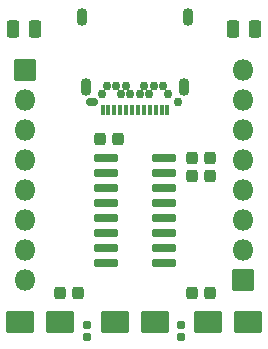
<source format=gbr>
%TF.GenerationSoftware,KiCad,Pcbnew,8.0.7*%
%TF.CreationDate,2024-12-10T14:46:16+07:00*%
%TF.ProjectId,CH551G_DEVKIT_V0,43483535-3147-45f4-9445-564b49545f56,rev?*%
%TF.SameCoordinates,Original*%
%TF.FileFunction,Soldermask,Top*%
%TF.FilePolarity,Negative*%
%FSLAX46Y46*%
G04 Gerber Fmt 4.6, Leading zero omitted, Abs format (unit mm)*
G04 Created by KiCad (PCBNEW 8.0.7) date 2024-12-10 14:46:16*
%MOMM*%
%LPD*%
G01*
G04 APERTURE LIST*
G04 Aperture macros list*
%AMRoundRect*
0 Rectangle with rounded corners*
0 $1 Rounding radius*
0 $2 $3 $4 $5 $6 $7 $8 $9 X,Y pos of 4 corners*
0 Add a 4 corners polygon primitive as box body*
4,1,4,$2,$3,$4,$5,$6,$7,$8,$9,$2,$3,0*
0 Add four circle primitives for the rounded corners*
1,1,$1+$1,$2,$3*
1,1,$1+$1,$4,$5*
1,1,$1+$1,$6,$7*
1,1,$1+$1,$8,$9*
0 Add four rect primitives between the rounded corners*
20,1,$1+$1,$2,$3,$4,$5,0*
20,1,$1+$1,$4,$5,$6,$7,0*
20,1,$1+$1,$6,$7,$8,$9,0*
20,1,$1+$1,$8,$9,$2,$3,0*%
G04 Aperture macros list end*
%ADD10RoundRect,0.250400X-0.250400X-0.275400X0.250400X-0.275400X0.250400X0.275400X-0.250400X0.275400X0*%
%ADD11C,0.751600*%
%ADD12O,1.051600X0.751600*%
%ADD13RoundRect,0.050800X0.150000X0.350000X-0.150000X0.350000X-0.150000X-0.350000X0.150000X-0.350000X0*%
%ADD14O,0.901600X1.501600*%
%ADD15RoundRect,0.050800X-1.100000X-0.850000X1.100000X-0.850000X1.100000X0.850000X-1.100000X0.850000X0*%
%ADD16RoundRect,0.050800X-0.850000X-0.850000X0.850000X-0.850000X0.850000X0.850000X-0.850000X0.850000X0*%
%ADD17O,1.801600X1.801600*%
%ADD18RoundRect,0.050800X1.100000X0.850000X-1.100000X0.850000X-1.100000X-0.850000X1.100000X-0.850000X0*%
%ADD19RoundRect,0.050800X0.850000X0.850000X-0.850000X0.850000X-0.850000X-0.850000X0.850000X-0.850000X0*%
%ADD20RoundRect,0.160400X-0.210400X0.160400X-0.210400X-0.160400X0.210400X-0.160400X0.210400X0.160400X0*%
%ADD21RoundRect,0.160400X0.210400X-0.160400X0.210400X0.160400X-0.210400X0.160400X-0.210400X-0.160400X0*%
%ADD22RoundRect,0.269150X0.269150X0.481650X-0.269150X0.481650X-0.269150X-0.481650X0.269150X-0.481650X0*%
%ADD23RoundRect,0.175400X-0.850400X-0.175400X0.850400X-0.175400X0.850400X0.175400X-0.850400X0.175400X0*%
%ADD24RoundRect,0.269150X-0.269150X-0.481650X0.269150X-0.481650X0.269150X0.481650X-0.269150X0.481650X0*%
G04 APERTURE END LIST*
D10*
%TO.C,C1*%
X198996000Y-89738200D03*
X200546000Y-89738200D03*
%TD*%
D11*
%TO.C,J1*%
X197797000Y-84954200D03*
D12*
X190597000Y-84954200D03*
D13*
X196947000Y-85614200D03*
X196447000Y-85614200D03*
X195947000Y-85614200D03*
X195447000Y-85614200D03*
X194947000Y-85614200D03*
X194447000Y-85614200D03*
X193947000Y-85614200D03*
X193447000Y-85614200D03*
X192947000Y-85614200D03*
X192447000Y-85614200D03*
X191947000Y-85614200D03*
X191447000Y-85614200D03*
D11*
X191397000Y-84304200D03*
X191797000Y-83604200D03*
X192597000Y-83604200D03*
X192997000Y-84304200D03*
X193397000Y-83604200D03*
X193797000Y-84304200D03*
X194597000Y-84304200D03*
X194997000Y-83604200D03*
X195397000Y-84304200D03*
X195797000Y-83604200D03*
X196597000Y-83604200D03*
X196997000Y-84304200D03*
D14*
X198687000Y-77754200D03*
X198327000Y-83704200D03*
X190067000Y-83704200D03*
X189707000Y-77754200D03*
%TD*%
D15*
%TO.C,SW3*%
X192496000Y-103582200D03*
X195896000Y-103582200D03*
%TD*%
D16*
%TO.C,J2*%
X184912000Y-82275200D03*
D17*
X184912000Y-84815200D03*
X184912000Y-87355200D03*
X184912000Y-89895200D03*
X184912000Y-92435200D03*
X184912000Y-94975200D03*
X184912000Y-97515200D03*
X184912000Y-100055200D03*
%TD*%
D10*
%TO.C,C4*%
X191223600Y-88112600D03*
X192773600Y-88112600D03*
%TD*%
D18*
%TO.C,SW2*%
X187869000Y-103580200D03*
X184469000Y-103580200D03*
%TD*%
D19*
%TO.C,J3*%
X203327000Y-100025200D03*
D17*
X203327000Y-97485200D03*
X203327000Y-94945200D03*
X203327000Y-92405200D03*
X203327000Y-89865200D03*
X203327000Y-87325200D03*
X203327000Y-84785200D03*
X203327000Y-82245200D03*
%TD*%
D10*
%TO.C,C3*%
X198996000Y-101168200D03*
X200546000Y-101168200D03*
%TD*%
D20*
%TO.C,R3*%
X198120000Y-103833200D03*
X198120000Y-104853200D03*
%TD*%
D21*
%TO.C,R5*%
X190119000Y-104853200D03*
X190119000Y-103833200D03*
%TD*%
D22*
%TO.C,D1*%
X204391500Y-78816200D03*
X202516500Y-78816200D03*
%TD*%
D23*
%TO.C,U2*%
X191708000Y-89738200D03*
X191708000Y-91008200D03*
X191708000Y-92278200D03*
X191708000Y-93548200D03*
X191708000Y-94818200D03*
X191708000Y-96088200D03*
X191708000Y-97358200D03*
X191708000Y-98628200D03*
X196658000Y-98628200D03*
X196658000Y-97358200D03*
X196658000Y-96088200D03*
X196658000Y-94818200D03*
X196658000Y-93548200D03*
X196658000Y-92278200D03*
X196658000Y-91008200D03*
X196658000Y-89738200D03*
%TD*%
D10*
%TO.C,C5*%
X187820000Y-101168200D03*
X189370000Y-101168200D03*
%TD*%
D24*
%TO.C,D2*%
X183847500Y-78816200D03*
X185722500Y-78816200D03*
%TD*%
D15*
%TO.C,SW1*%
X200370000Y-103582200D03*
X203770000Y-103582200D03*
%TD*%
D10*
%TO.C,C2*%
X198996000Y-91262200D03*
X200546000Y-91262200D03*
%TD*%
M02*

</source>
